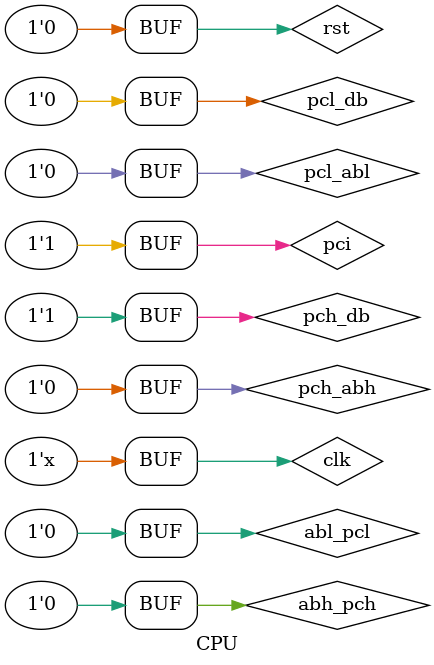
<source format=v>
module CPU ();

// wires
reg clk, rst;

// control signals
reg 
    pci,
    pcl_db, pcl_abl, abl_pcl,
    pch_db, pch_abh, abh_pch;

// busses
wire [7:0] db;
wire [7:0] idb;
wire [7:0] abl;
wire [7:0] abh;

// components
PC PC(
    clk, rst,
    pci,
    pcl_db, pcl_abl, abl_pcl,
    pch_db, pch_abh, abh_pch,
    db, abl, abh
);

// logic

initial begin 
    clk <= 0;

    // initialize signals 
    {
        pci,
        pcl_db, pcl_abl, abl_pcl,
        pch_db, pch_abh, abh_pch
    } <= 0;

    // trigger reset
    rst <= 1;
    rst <= 0;

    pci <= 1;
    pch_db <= 1;
end

always #1 clk = ~clk;

// always @* begin
    // $monitor ("DB: $%h", db);
    // $monitor ("IDB: $%h", idb);
    // $monitor ("ABL: $%h", abl);
    // $monitor ("ABH: $%h", abh);
// end

endmodule

</source>
